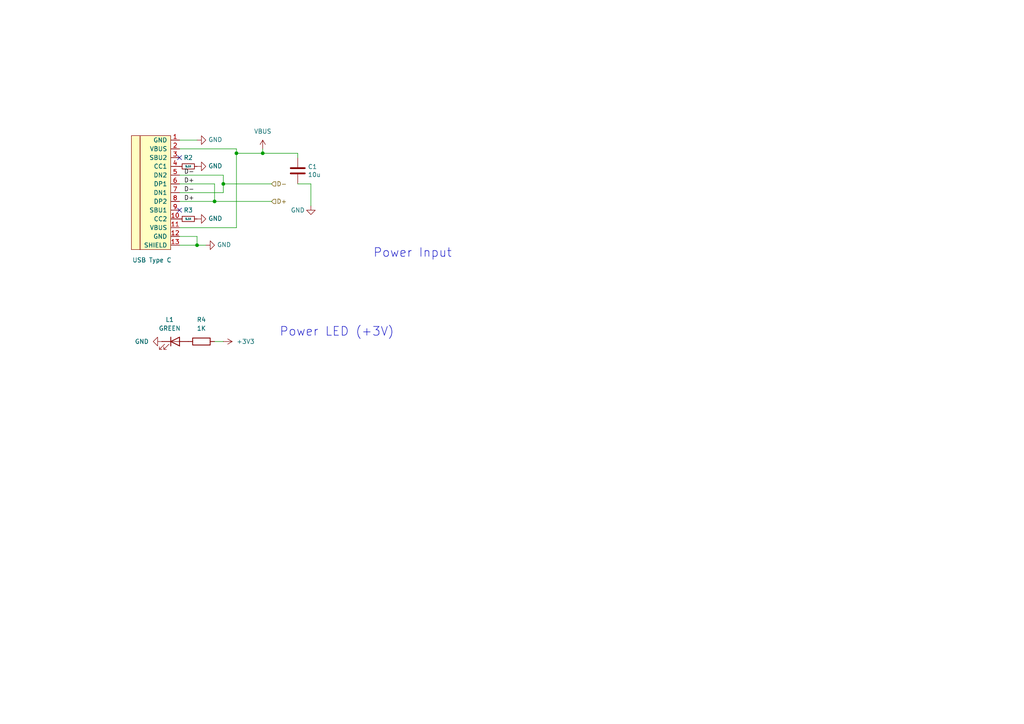
<source format=kicad_sch>
(kicad_sch (version 20231120) (generator "eeschema") (generator_version "8.0")
  (paper "A4")
  (title_block (title "FRANK2") (date "2024-11-21") (rev "1.0") (company "Mikhail Matveev") (comment 1 "https://github.com/xtremespb/frank2"))
  (lib_symbols
    (symbol "+3V3_1" (power) (pin_numbers hide) (pin_names (offset 0) hide)
      (property "Value" "+3V3" (at 0 3.556 0))
      (symbol "+3V3_1_0_1"
        (polyline (pts (xy -0.762 1.27) (xy 0 2.54)))
        (polyline (pts (xy 0 0) (xy 0 2.54)))
        (polyline (pts (xy 0 2.54) (xy 0.762 1.27)))
      )
      (symbol "+3V3_1_1_1"
        (pin power_in line (at 0 0 90) (length 0) (name "~") (number "1"))
      )
    )
    (symbol "Device:C" (pin_numbers hide) (pin_names (offset 0.254))
      (property "Reference" "C" (at 0.635 2.54 0))
      (property "Value" "C" (at 0.635 -2.54 0))
      (symbol "C_0_1"
        (polyline (pts (xy -2.032 -0.762) (xy 2.032 -0.762)) (stroke (width 0.508)))
        (polyline (pts (xy -2.032 0.762) (xy 2.032 0.762)) (stroke (width 0.508)))
      )
      (symbol "C_1_1"
        (pin passive line (at 0 3.81 270) (length 2.794) (name "~") (number "1"))
        (pin passive line (at 0 -3.81 90) (length 2.794) (name "~") (number "2"))
      )
    )
    (symbol "Device:LED" (pin_numbers hide) (pin_names (offset 1.016) hide)
      (property "Reference" "D" (at 0 2.54 0))
      (property "Value" "LED" (at 0 -2.54 0))
      (symbol "LED_0_1"
        (polyline (pts (xy -1.27 -1.27) (xy -1.27 1.27)) (stroke (width 0.254)))
        (polyline (pts (xy -1.27 0) (xy 1.27 0)))
        (polyline (pts (xy 1.27 -1.27) (xy 1.27 1.27) (xy -1.27 0) (xy 1.27 -1.27)) (stroke (width 0.254)))
        (polyline (pts (xy -3.048 -0.762) (xy -4.572 -2.286) (xy -3.81 -2.286) (xy -4.572 -2.286) (xy -4.572 -1.524)))
        (polyline (pts (xy -1.778 -0.762) (xy -3.302 -2.286) (xy -2.54 -2.286) (xy -3.302 -2.286) (xy -3.302 -1.524)))
      )
      (symbol "LED_1_1"
        (pin passive line (at -3.81 0 0) (length 2.54) (name "K") (number "1"))
        (pin passive line (at 3.81 0 180) (length 2.54) (name "A") (number "2"))
      )
    )
    (symbol "Device:R" (pin_numbers hide) (pin_names (offset 0))
      (property "Reference" "R" (at 2.032 0 90))
      (property "Value" "R" (at 0 0 90))
      (symbol "R_0_1"
        (rectangle (start -1.016 -2.54) (end 1.016 2.54) (stroke (width 0.254)))
      )
      (symbol "R_1_1"
        (pin passive line (at 0 3.81 270) (length 1.27) (name "~") (number "1"))
        (pin passive line (at 0 -3.81 90) (length 1.27) (name "~") (number "2"))
      )
    )
    (symbol "Device:R_Small" (pin_numbers hide) (pin_names (offset 0.254) hide)
      (property "Reference" "R" (at 0.762 0.508 0))
      (property "Value" "R_Small" (at 0.762 -1.016 0))
      (symbol "R_Small_0_1"
        (rectangle (start -0.762 1.778) (end 0.762 -1.778) (stroke (width 0.2032)))
      )
      (symbol "R_Small_1_1"
        (pin passive line (at 0 2.54 270) (length 0.762) (name "~") (number "1"))
        (pin passive line (at 0 -2.54 90) (length 0.762) (name "~") (number "2"))
      )
    )
    (symbol "GND_2" (power) (pin_numbers hide) (pin_names (offset 0) hide)
      (property "Value" "GND" (at 0 -3.81 0))
      (symbol "GND_2_0_1"
        (polyline (pts (xy 0 0) (xy 0 -1.27) (xy 1.27 -1.27) (xy 0 -2.54) (xy -1.27 -1.27) (xy 0 -1.27)))
      )
      (symbol "GND_2_1_1"
        (pin power_in line (at 0 0 270) (length 0) (name "~") (number "1"))
      )
    )
    (symbol "Type-C:HRO-TYPE-C-31-M-12" (pin_names (offset 1.016))
      (property "Reference" "USB" (at -5.08 16.51 0))
      (property "Value" "HRO-TYPE-C-31-M-12" (at -10.16 -1.27 90))
      (symbol "HRO-TYPE-C-31-M-12_0_1"
        (rectangle (start -11.43 15.24) (end -8.89 -17.78) (fill (type background)))
        (rectangle (start 0 -17.78) (end -8.89 15.24) (fill (type background)))
      )
      (symbol "HRO-TYPE-C-31-M-12_1_1"
        (pin input line (at 2.54 13.97 180) (length 2.54) (name "GND") (number "1"))
        (pin input line (at 2.54 -8.89 180) (length 2.54) (name "CC2") (number "10"))
        (pin input line (at 2.54 -11.43 180) (length 2.54) (name "VBUS") (number "11"))
        (pin input line (at 2.54 -13.97 180) (length 2.54) (name "GND") (number "12"))
        (pin input line (at 2.54 -16.51 180) (length 2.54) (name "SHIELD") (number "13"))
        (pin input line (at 2.54 11.43 180) (length 2.54) (name "VBUS") (number "2"))
        (pin input line (at 2.54 8.89 180) (length 2.54) (name "SBU2") (number "3"))
        (pin input line (at 2.54 6.35 180) (length 2.54) (name "CC1") (number "4"))
        (pin input line (at 2.54 3.81 180) (length 2.54) (name "DN2") (number "5"))
        (pin input line (at 2.54 1.27 180) (length 2.54) (name "DP1") (number "6"))
        (pin input line (at 2.54 -1.27 180) (length 2.54) (name "DN1") (number "7"))
        (pin input line (at 2.54 -3.81 180) (length 2.54) (name "DP2") (number "8"))
        (pin input line (at 2.54 -6.35 180) (length 2.54) (name "SBU1") (number "9"))
      )
    )
    (symbol "power:GND" (power) (pin_names (offset 0))
      (property "Value" "GND" (at 0 -3.81 0))
      (symbol "GND_0_1"
        (polyline (pts (xy 0 0) (xy 0 -1.27) (xy 1.27 -1.27) (xy 0 -2.54) (xy -1.27 -1.27) (xy 0 -1.27)))
      )
      (symbol "GND_1_1"
        (pin power_in line (at 0 0 270) (length 0) hide (name "GND") (number "1"))
      )
    )
    (symbol "power:VBUS" (power) (pin_numbers hide) (pin_names (offset 0) hide)
      (property "Value" "VBUS" (at 0 3.556 0))
      (symbol "VBUS_0_1"
        (polyline (pts (xy -0.762 1.27) (xy 0 2.54)))
        (polyline (pts (xy 0 0) (xy 0 2.54)))
        (polyline (pts (xy 0 2.54) (xy 0.762 1.27)))
      )
      (symbol "VBUS_1_1"
        (pin power_in line (at 0 0 90) (length 0) (name "~") (number "1"))
      )
    )
  )
  (junction (at 68.58 44.45))
  (junction (at 62.23 58.42))
  (junction (at 76.2 44.45))
  (junction (at 57.15 71.12))
  (junction (at 64.77 53.34))
  (no_connect (at 52.07 60.96))
  (no_connect (at 52.07 45.72))
  (wire (pts (xy 52.07 43.18) (xy 68.58 43.18)))
  (wire (pts (xy 52.07 53.34) (xy 62.23 53.34)))
  (wire (pts (xy 76.2 44.45) (xy 86.36 44.45)))
  (wire (pts (xy 57.15 71.12) (xy 59.69 71.12)))
  (wire (pts (xy 76.2 43.18) (xy 76.2 44.45)))
  (wire (pts (xy 57.15 68.58) (xy 57.15 71.12)))
  (wire (pts (xy 68.58 66.04) (xy 52.07 66.04)))
  (wire (pts (xy 86.36 45.72) (xy 86.36 44.45)))
  (wire (pts (xy 90.17 53.34) (xy 86.36 53.34)))
  (wire (pts (xy 52.07 50.8) (xy 64.77 50.8)))
  (wire (pts (xy 52.07 55.88) (xy 64.77 55.88)))
  (wire (pts (xy 64.77 53.34) (xy 78.74 53.34)))
  (wire (pts (xy 68.58 44.45) (xy 68.58 66.04)))
  (wire (pts (xy 68.58 43.18) (xy 68.58 44.45)))
  (wire (pts (xy 64.77 53.34) (xy 64.77 55.88)))
  (wire (pts (xy 52.07 40.64) (xy 57.15 40.64)))
  (wire (pts (xy 52.07 71.12) (xy 57.15 71.12)))
  (wire (pts (xy 52.07 58.42) (xy 62.23 58.42)))
  (wire (pts (xy 90.17 53.34) (xy 90.17 59.69)))
  (wire (pts (xy 52.07 68.58) (xy 57.15 68.58)))
  (wire (pts (xy 64.77 50.8) (xy 64.77 53.34)))
  (wire (pts (xy 62.23 99.06) (xy 64.77 99.06)))
  (wire (pts (xy 68.58 44.45) (xy 76.2 44.45)))
  (wire (pts (xy 62.23 58.42) (xy 78.74 58.42)))
  (wire (pts (xy 62.23 53.34) (xy 62.23 58.42)))
  (text "Power Input" (at 108.204 74.93 0) (effects (font (size 2.54 2.54)) (justify left bottom)))
  (text "Power LED (+3V)" (at 81.026 97.79 0) (effects (font (size 2.54 2.54)) (justify left bottom)))
  (label "D-" (at 53.34 55.88 0))
  (label "D+" (at 53.34 58.42 0))
  (label "D-" (at 53.34 50.8 0))
  (label "D+" (at 53.34 53.34 0))
  (hierarchical_label "D-" (shape input) (at 78.74 53.34 0))
  (hierarchical_label "D+" (shape input) (at 78.74 58.42 0))
  (symbol (lib_id "power:GND") (at 90.17 59.69 0) (unit 1)
    (property "Reference" "#PWR011" (effects (hide yes)))
    (property "Value" "GND" (at 86.36 60.96 0))
  )
  (symbol (lib_id "power:VBUS") (at 76.2 43.18 0) (unit 1)
    (property "Reference" "#PWR010" (effects (hide yes)))
    (property "Value" "VBUS" (at 76.2 38.1 0))
    (property "Description" "Power symbol creates a global label with name \"VBUS\"" (effects (hide yes)))
  )
  (symbol (lib_id "power:GND") (at 57.15 63.5 90) (unit 1)
    (property "Reference" "#PWR07" (effects (hide yes)))
    (property "Value" "GND" (at 60.4012 63.373 90) (effects (justify right)))
  )
  (symbol (lib_name "GND_2") (lib_id "power:GND") (at 46.99 99.06 270) (unit 1)
    (property "Reference" "#PWR04" (effects (hide yes)))
    (property "Value" "GND" (at 43.18 99.0599 90) (effects (justify right)))
    (property "Description" "Power symbol creates a global label with name \"GND\" , ground" (effects (hide yes)))
  )
  (symbol (lib_id "Device:LED") (at 50.8 99.06 0) (unit 1)
    (property "Reference" "L1" (at 49.2125 92.71 0))
    (property "Value" "GREEN" (at 49.2125 95.25 0))
    (property "Footprint" "LIBS:Medved_L_0805" (effects (hide yes)))
    (property "Description" "Light emitting diode" (effects (hide yes)))
  )
  (symbol (lib_id "Type-C:HRO-TYPE-C-31-M-12") (at 49.53 54.61 0) (unit 1)
    (property "Reference" "USB1" (effects (hide yes)))
    (property "Value" "USB Type C" (at 49.784 75.438 0) (effects (justify right)))
    (property "Footprint" "LIBS:USB-TYPE-C-31-M-12_lib2" (effects (hide yes)))
    (property "LCSC" "C165948" (effects (hide yes)))
  )
  (symbol (lib_id "Device:C") (at 86.36 49.53 0) (unit 1)
    (property "Reference" "C1" (at 89.281 48.3616 0) (effects (justify left)))
    (property "Value" "10u" (at 89.281 50.673 0) (effects (justify left)))
    (property "Footprint" "LIBS:Medved_C_0805" (effects (hide yes)))
  )
  (symbol (lib_id "Device:R") (at 58.42 99.06 90) (unit 1)
    (property "Reference" "R4" (at 58.42 92.71 90))
    (property "Value" "1K" (at 58.42 95.25 90))
    (property "Footprint" "LIBS:Medved_R_0805" (effects (hide yes)))
    (property "Description" "Resistor" (effects (hide yes)))
  )
  (symbol (lib_id "Device:R_Small") (at 54.61 63.5 270) (unit 1)
    (property "Reference" "R3" (at 54.61 60.96 90))
    (property "Value" "5.1K" (at 54.61 63.5 90) (effects (font (size 0.508 0.508))))
    (property "Footprint" "LIBS:Medved_R_0805" (effects (hide yes)))
    (property "LCSC" " " (effects (hide yes)))
  )
  (symbol (lib_id "power:GND") (at 57.15 48.26 90) (unit 1)
    (property "Reference" "#PWR06" (effects (hide yes)))
    (property "Value" "GND" (at 60.4012 48.133 90) (effects (justify right)))
  )
  (symbol (lib_id "Device:R_Small") (at 54.61 48.26 270) (unit 1)
    (property "Reference" "R2" (at 54.61 45.72 90))
    (property "Value" "5.1K" (at 54.61 48.26 90) (effects (font (size 0.508 0.508))))
    (property "Footprint" "LIBS:Medved_R_0805" (effects (hide yes)))
    (property "LCSC" " " (effects (hide yes)))
  )
  (symbol (lib_id "power:GND") (at 57.15 40.64 90) (unit 1)
    (property "Reference" "#PWR05" (effects (hide yes)))
    (property "Value" "GND" (at 60.4012 40.513 90) (effects (justify right)))
  )
  (symbol (lib_id "power:GND") (at 59.69 71.12 90) (unit 1)
    (property "Reference" "#PWR08" (effects (hide yes)))
    (property "Value" "GND" (at 62.9412 70.993 90) (effects (justify right)))
  )
  (symbol (lib_name "+3V3_1") (lib_id "power:+3V3") (at 64.77 99.06 270) (unit 1)
    (property "Reference" "#PWR09" (effects (hide yes)))
    (property "Value" "+3V3" (at 68.58 99.0599 90) (effects (justify left)))
    (property "Description" "Power symbol creates a global label with name \"+3V3\"" (effects (hide yes)))
  )
)
</source>
